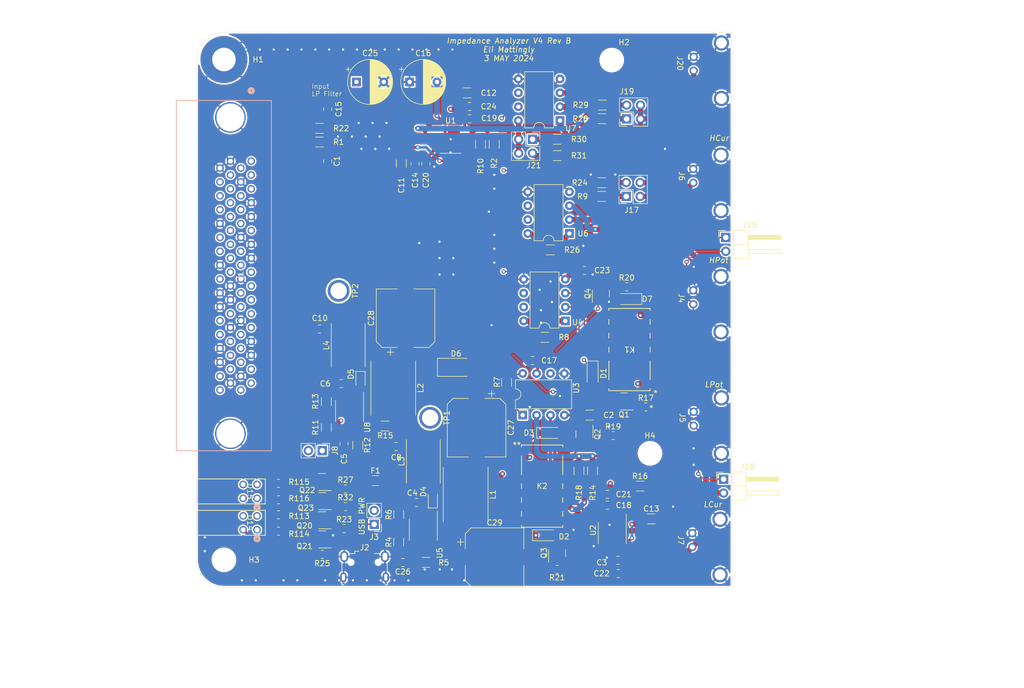
<source format=kicad_pcb>
(kicad_pcb (version 20211014) (generator pcbnew)
  (layers (0 "F.Cu" signal) (1 "In1.Cu" signal) (2 "In2.Cu" signal) (31 "B.Cu" signal) (34 "B.Paste" user) (35 "F.Paste" user) (36 "B.SilkS" user "B.Silkscreen") (37 "F.SilkS" user "F.Silkscreen") (38 "B.Mask" user) (39 "F.Mask" user) (44 "Edge.Cuts" user))
  (net 0 "")
  (net 1 "GND")
  (net 2 "+5V")
  (net 3 "IOut")
  (net 4 "IMon+")
  (net 5 "IMon-")
  (net 6 "Net-(R10-Pad2)")
  (net 7 "Net-(D14-Pad1)")
  (net 8 "Net-(C1-Pad1)")
  (net 9 "Net-(C4-Pad1)")
  (net 10 "Net-(J17-Pad2)")
  (net 11 "Net-(D14-Pad3)")
  (net 12 "Net-(J17-Pad1)")
  (net 13 "Net-(C4-Pad2)")
  (net 14 "Net-(J19-Pad1)")
  (net 15 "Net-(J19-Pad2)")
  (net 16 "BaseGateOutput")
  (net 17 "Net-(R28-Pad2)")
  (net 18 "Net-(J21-Pad1)")
  (net 19 "Net-(J21-Pad2)")
  (net 20 "Net-(J21-Pad3)")
  (net 21 "Net-(R30-Pad1)")
  (net 22 "Net-(C15-Pad1)")
  (net 23 "Net-(D15-Pad1)")
  (net 24 "Net-(C6-Pad1)")
  (net 25 "PFI 14")
  (net 26 "Net-(R10-Pad1)")
  (net 27 "PFI 12")
  (net 28 "PFI 9")
  (net 29 "PFI 6")
  (net 30 "PFI 5")
  (net 31 "+5V-3")
  (net 32 "PFI 1")
  (net 33 "PFI 0")
  (net 34 "+5V-2")
  (net 35 "P0.6")
  (net 36 "P0.1")
  (net 37 "P0.4")
  (net 38 "APFI 0")
  (net 39 "AI 15 (AI7-)")
  (net 40 "AI 6 (AI6+)")
  (net 41 "AI 13 (AI5-)")
  (net 42 "AI 4 (AI4+)")
  (net 43 "AI 3 (AI3+)")
  (net 44 "AI 10 (AI2-)")
  (net 45 "AI1+")
  (net 46 "AI0-")
  (net 47 "PFI 8")
  (net 48 "PFI 7")
  (net 49 "PFI 15")
  (net 50 "PFI 13")
  (net 51 "PFI 4")
  (net 52 "PFI 3")
  (net 53 "PFI 2")
  (net 54 "PFI 10")
  (net 55 "PFI 11")
  (net 56 "P0.3")
  (net 57 "P0.7")
  (net 58 "P0.2")
  (net 59 "P0.5")
  (net 60 "P0.0")
  (net 61 "AI 7 (AI7+)")
  (net 62 "AI 14 (AI6-)")
  (net 63 "AI 5 (AI5+)")
  (net 64 "AI 12 (AI 4-)")
  (net 65 "AI 11 (AI 3-)")
  (net 66 "AI 2 (AI2+)")
  (net 67 "AI1-")
  (net 68 "AI0+")
  (net 69 "Net-(Q20-Pad3)")
  (net 70 "Net-(Q21-Pad3)")
  (net 71 "Net-(Q22-Pad3)")
  (net 72 "Net-(Q23-Pad3)")
  (net 73 "R-")
  (net 74 "S-")
  (net 78 "Net-(D4-Pad1)")
  (net 79 "Net-(D5-Pad2)")
  (net 80 "Net-(D1-Pad2)")
  (net 81 "Net-(D7-Pad2)")
  (net 82 "HPot1")
  (net 83 "LPot1")
  (net 88 "Net-(R116-Pad1)")
  (net 89 "Net-(R7-Pad2)")
  (net 90 "Net-(R8-Pad1)")
  (net 91 "AO 1")
  (net 92 "AO 0")
  (net 93 "Net-(R26-Pad2)")
  (net 94 "-12V")
  (net 95 "+12V")
  (net 96 "Net-(J2-Pad2)")
  (net 97 "Net-(F1-Pad1)")
  (net 98 "Net-(J2-Pad1)")
  (net 99 "Net-(K2-Pad8)")
  (net 100 "Net-(K2-Pad10)")
  (net 101 "Net-(L2-Pad1)")
  (net 102 "Net-(R4-Pad2)")
  (net 103 "Net-(R5-Pad2)")
  (net 104 "Net-(R7-Pad1)")
  (net 105 "Net-(R8-Pad2)")
  (net 106 "Net-(R11-Pad2)")
  (net 107 "Net-(R15-Pad1)")
  (net 108 "Net-(R26-Pad1)")
  (net 109 "Net-(C28-Pad1)")
  (footprint "Eli_Lib:31-5486-1010 BNC Panel RA" (layer "F.Cu") (at 160.924991 68.475 -90)
    (fp_text reference "J6")
    (fp_text value "Conn_Coaxial")
  )
  (footprint "Eli_Lib:31-5486-1010 BNC Panel RA" (layer "F.Cu") (at 160.75 135.15 -90)
    (fp_text reference "J7")
    (fp_text value "Conn_Coaxial")
  )
  (footprint "Resistor_SMD:R_1206_3216Metric" (layer "F.Cu") (at 126.75 105 -90)
    (fp_text reference "R7")
    (fp_text value "10k")
  )
  (footprint "Resistor_SMD:R_1206_3216Metric" (layer "F.Cu") (at 133.75 96.75 180)
    (fp_text reference "R8")
    (fp_text value "10k")
  )
  (footprint "Package_DIP:DIP-8_W7.62mm" (layer "F.Cu") (at 129.7 111 90)
    (fp_text reference "U3")
    (fp_text value "INA129")
  )
  (footprint "Eli_Lib:31-5486-1010 BNC Panel RA" (layer "F.Cu") (at 161 112.925 -90)
    (fp_text reference "J5")
    (fp_text value "Conn_Coaxial")
  )
  (footprint "Eli_Lib:31-5486-1010 BNC Panel RA" (layer "F.Cu") (at 160.924991 90.699991 -90)
    (fp_text reference "J4")
    (fp_text value "Conn_Coaxial")
  )
  (footprint "Package_DIP:DIP-8_W7.62mm" (layer "F.Cu") (at 137.5 93.75 180)
    (fp_text reference "U4")
    (fp_text value "INA129")
  )
  (footprint "Resistor_SMD:R_1206_3216Metric" (layer "F.Cu") (at 124.475 61.435 -90)
    (fp_text reference "R2")
    (fp_text value "10k")
  )
  (footprint "Capacitor_SMD:C_0805_2012Metric" (layer "F.Cu") (at 94 64.5 -90)
    (fp_text reference "C1")
    (fp_text value "1n")
  )
  (footprint "Resistor_SMD:R_1206_3216Metric" (layer "F.Cu") (at 92.5 61 180)
    (fp_text reference "R1")
    (fp_text value "1k")
  )
  (footprint "Package_SO:SO-8_3.9x4.9mm_P1.27mm" (layer "F.Cu") (at 116.5 60.5)
    (fp_text reference "U1")
    (fp_text value "ADA4075-2")
  )
  (footprint "Capacitor_SMD:C_0805_2012Metric" (layer "F.Cu") (at 110 65 -90)
    (fp_text reference "C14")
    (fp_text value "100n")
  )
  (footprint "Capacitor_SMD:C_0805_2012Metric" (layer "F.Cu") (at 131.5 101 180)
    (fp_text reference "C17")
    (fp_text value "100n")
  )
  (footprint "Capacitor_SMD:C_0805_2012Metric" (layer "F.Cu") (at 120 56.75)
    (fp_text reference "C19")
    (fp_text value "100n")
  )
  (footprint "Capacitor_SMD:C_0805_2012Metric" (layer "F.Cu") (at 111.975 65 -90)
    (fp_text reference "C20")
    (fp_text value "100n")
  )
  (footprint "Diode_SMD:D_SOD-323" (layer "F.Cu") (at 113.25 126.5 90)
    (fp_text reference "D4")
    (fp_text value "1N5819WS")
  )
  (footprint "Diode_SMD:D_SOD-323" (layer "F.Cu") (at 100 104.5 -90)
    (fp_text reference "D5")
    (fp_text value "1N5819WS")
  )
  (footprint "Resistor_SMD:R_0805_2012Metric_Pad1.20x1.40mm_HandSolder" (layer "F.Cu") (at 146.25 114.75)
    (fp_text reference "R19")
    (fp_text value "10k")
  )
  (footprint "Resistor_SMD:R_0805_2012Metric_Pad1.20x1.40mm_HandSolder" (layer "F.Cu") (at 148.75 87.5)
    (fp_text reference "R20")
    (fp_text value "10k")
  )
  (footprint "MountingHole:MountingHole_4.3mm_M4_Pad" (layer "F.Cu") (at 75 45.9)
    (fp_text reference "H1")
    (fp_text value "MountingHole_Pad")
  )
  (footprint "MountingHole:MountingHole_4mm" (layer "F.Cu") (at 146 46)
    (fp_text reference "H2")
    (fp_text value "MountingHole")
  )
  (footprint "MountingHole:MountingHole_4mm" (layer "F.Cu") (at 153 118)
    (fp_text reference "H4")
    (fp_text value "MountingHole")
  )
  (footprint "MountingHole:MountingHole_4mm" (layer "F.Cu") (at 75 137.5)
    (fp_text reference "H3")
    (fp_text value "MountingHole")
  )
  (footprint "Capacitor_SMD:C_0805_2012Metric" (layer "F.Cu") (at 147.19 140 180)
    (fp_text reference "C22")
    (fp_text value "100n")
  )
  (footprint "Capacitor_SMD:C_0805_2012Metric" (layer "F.Cu") (at 141 84.5)
    (fp_text reference "C23")
    (fp_text value "100n")
  )
  (footprint "Capacitor_SMD:C_0805_2012Metric" (layer "F.Cu") (at 119.975 54.5)
    (fp_text reference "C24")
    (fp_text value "100n")
  )
  (footprint "Capacitor_SMD:C_0805_2012Metric" (layer "F.Cu") (at 145.19 125.5)
    (fp_text reference "C21")
    (fp_text value "100n")
  )
  (footprint "Resistor_SMD:R_1206_3216Metric" (layer "F.Cu") (at 144.15375 70.96 180)
    (fp_text reference "R9")
    (fp_text value "100")
  )
  (footprint "Resistor_SMD:R_1206_3216Metric" (layer "F.Cu") (at 121.975 61.435 -90)
    (fp_text reference "R10")
    (fp_text value "0")
  )
  (footprint "Resistor_SMD:R_1206_3216Metric" (layer "F.Cu") (at 140 121.2125 -90)
    (fp_text reference "R18")
    (fp_text value "100")
  )
  (footprint "Package_SO:SO-8_3.9x4.9mm_P1.27mm" (layer "F.Cu") (at 146.095 132.575 -90)
    (fp_text reference "U2")
    (fp_text value "ADA4075-2")
  )
  (footprint "Capacitor_SMD:C_0805_2012Metric" (layer "F.Cu") (at 147.145 137.575 180)
    (fp_text reference "C3")
    (fp_text value "100n")
  )
  (footprint "Capacitor_SMD:C_0805_2012Metric" (layer "F.Cu") (at 92.5 95.25 180)
    (fp_text reference "C10")
    (fp_text value "100n")
  )
  (footprint "Inductor_SMD:L_Taiyo-Yuden_NR-80xx_HandSoldering" (layer "F.Cu") (at 106 106.05 90)
    (fp_text reference "L2")
    (fp_text value "100u")
  )
  (footprint "Capacitor_SMD:C_0805_2012Metric" (layer "F.Cu") (at 106.5 116.75 180)
    (fp_text reference "C8")
    (fp_text value "100n")
  )
  (footprint "Inductor_SMD:L_Taiyo-Yuden_NR-80xx_HandSoldering" (layer "F.Cu") (at 119.25 125.55 -90)
    (fp_text reference "L1")
    (fp_text value "100u")
  )
  (footprint "Capacitor_SMD:C_0805_2012Metric" (layer "F.Cu") (at 145.19 127.5)
    (fp_text reference "C18")
    (fp_text value "100n")
  )
  (footprint "Resistor_SMD:R_1206_3216Metric" (layer "F.Cu") (at 136 60.5 180)
    (fp_text reference "R30")
    (fp_text value "1k")
  )
  (footprint "Capacitor_SMD:CP_Elec_10x10.5" (layer "F.Cu") (at 121.25 113.3 -90)
    (fp_text reference "C27")
    (fp_text value "1000u")
  )
  (footprint "Eli_Lib:RELAY_G6SK-2F DC3_OMR" (layer "F.Cu") (at 145.250001 92.65 180)
    (fp_text reference "K1")
    (fp_text value "G6SK-2")
  )
  (footprint "Resistor_SMD:R_0805_2012Metric_Pad1.20x1.40mm_HandSolder" (layer "F.Cu") (at 97 131.75)
    (fp_text reference "R23")
    (fp_text value "10k")
  )
  (footprint "Resistor_SMD:R_0805_2012Metric_Pad1.20x1.40mm_HandSolder" (layer "F.Cu") (at 85 126.5)
    (fp_text reference "R116")
    (fp_text value "1k")
  )
  (footprint "Connector_PinHeader_2.54mm:PinHeader_1x02_P2.54mm_Horizontal" (layer "F.Cu") (at 166.475 122.725)
    (fp_text reference "J18")
    (fp_text value "Conn_01x02_Male")
  )
  (footprint "Connector_USB:USB_Micro-B_Wuerth_629105150521" (layer "F.Cu") (at 100.75 138.75)
    (fp_text reference "J2")
    (fp_text value "USB_B_Micro")
  )
  (footprint "Resistor_SMD:R_1206_3216Metric" (layer "F.Cu") (at 92.5 58.5 180)
    (fp_text reference "R22")
    (fp_text value "1k")
  )
  (footprint "Capacitor_SMD:C_0805_2012Metric" (layer "F.Cu") (at 97 116.25 -90)
    (fp_text reference "C5")
    (fp_text value "100n")
  )
  (footprint "TestPoint:TestPoint_Plated_Hole_D3.0mm" (layer "F.Cu") (at 96 88.25 -90)
    (fp_text reference "TP2")
    (fp_text value "TestPoint")
  )
  (footprint "Package_DIP:DIP-8_W7.62mm" (layer "F.Cu") (at 136.525 57.075 180)
    (fp_text reference "U7")
    (fp_text value "INA129")
  )
  (footprint "Package_TO_SOT_SMD:SOT-23" (layer "F.Cu") (at 93 133.75 180)
    (fp_text reference "Q21")
    (fp_text value "IRLML0030")
  )
  (footprint "Eli_Lib:IC4_WP934EB_2GD_KNB" (layer "F.Cu") (at 81.0553 131.9866 -90)
    (fp_text reference "D14")
    (fp_text value "LED_Dual_KAKA")
  )
  (footprint "Capacitor_SMD:CP_Elec_10x10.5" (layer "F.Cu") (at 108.25 93.25 90)
    (fp_text reference "C28")
    (fp_text value "1000u")
  )
  (footprint "Connector_PinHeader_2.54mm:PinHeader_1x02_P2.54mm_Vertical" (layer "F.Cu") (at 93 117.5 -90)
    (fp_text reference "J8")
    (fp_text value "Conn_01x02_Male")
  )
  (footprint "Resistor_SMD:R_0805_2012Metric_Pad1.20x1.40mm_HandSolder" (layer "F.Cu") (at 93 136.5 180)
    (fp_text reference "R25")
    (fp_text value "10k")
  )
  (footprint "Eli_Lib:RELAY_G6SK-2F DC3_OMR" (layer "F.Cu") (at 137.25 130.350001)
    (fp_text reference "K2")
    (fp_text value "G6SK-2")
  )
  (footprint "Capacitor_THT:CP_Radial_D8.0mm_P5.00mm" (layer "F.Cu") (at 109 50)
    (fp_text reference "C16")
    (fp_text value "CP")
  )
  (footprint "Package_TO_SOT_SMD:SOT-23" (layer "F.Cu") (at 148.25 108.5 180)
    (fp_text reference "Q1")
    (fp_text value "IRLML0030")
  )
  (footprint "Eli_Lib:IC4_WP934EB_2GD_KNB" (layer "F.Cu") (at 81.0553 126.2366 -90)
    (fp_text reference "D15")
    (fp_text value "LED_Dual_KAKA")
  )
  (footprint "Resistor_SMD:R_1206_3216Metric" (layer "F.Cu") (at 144.15375 68.46 180)
    (fp_text reference "R24")
    (fp_text value "10k")
  )
  (footprint "Resistor_SMD:R_0805_2012Metric_Pad1.20x1.40mm_HandSolder" (layer "F.Cu") (at 85 123.5)
    (fp_text reference "R115")
    (fp_text value "1k")
  )
  (footprint "Resistor_SMD:R_0805_2012Metric_Pad1.20x1.40mm_HandSolder" (layer "F.Cu") (at 85 129.25)
    (fp_text reference "R113")
    (fp_text value "1k")
  )
  (footprint "Inductor_SMD:L_Taiyo-Yuden_NR-60xx_HandSoldering" (layer "F.Cu") (at 97.75 98.225 90)
    (fp_text reference "L4")
    (fp_text value "10u")
  )
  (footprint "Resistor_SMD:R_1206_3216Metric" (layer "F.Cu") (at 144.3025 54.235 180)
    (fp_text reference "R29")
    (fp_text value "10k")
  )
  (footprint "Diode_SMD:D_SOD-123" (layer "F.Cu") (at 149.25 89.75 180)
    (fp_text reference "D7")
    (fp_text value "1N4148W")
  )
  (footprint "Capacitor_SMD:CP_Elec_10x10.5" (layer "F.Cu") (at 124.55 137)
    (fp_text reference "C29")
    (fp_text value "1000u")
  )
  (footprint "TestPoint:TestPoint_Plated_Hole_D3.0mm" (layer "F.Cu") (at 112.75 111.5 -90)
    (fp_text reference "TP1")
    (fp_text value "TestPoint")
  )
  (footprint "Package_TO_SOT_SMD:SOT-23" (layer "F.Cu") (at 141 114.5 -90)
    (fp_text reference "Q2")
    (fp_text value "IRLML0030")
  )
  (footprint "Capacitor_THT:CP_Radial_D8.0mm_P5.00mm" (layer "F.Cu") (at 99.26 50)
    (fp_text reference "C25")
    (fp_text value "CP")
  )
  (footprint "Capacitor_SMD:C_0805_2012Metric" (layer "F.Cu") (at 96.5 105.25 180)
    (fp_text reference "C6")
    (fp_text value "1500p")
  )
  (footprint "Resistor_SMD:R_0805_2012Metric_Pad1.20x1.40mm_HandSolder" (layer "F.Cu") (at 97.25 124.5)
    (fp_text reference "R27")
    (fp_text value "10k")
  )
  (footprint "Connector_PinHeader_2.54mm:PinHeader_1x02_P2.54mm_Horizontal" (layer "F.Cu") (at 166.875 78.475)
    (fp_text reference "J15")
    (fp_text value "Conn_01x02_Male")
  )
  (footprint "Diode_SMD:D_SOD-123" (layer "F.Cu") (at 134.5 114.25)
    (fp_text reference "D3")
    (fp_text value "1N4148W")
  )
  (footprint "Resistor_SMD:R_1206_3216Metric" (layer "F.Cu") (at 93.75 113.25 90)
    (fp_text reference "R11")
    (fp_text value "8.2k")
  )
  (footprint "Resistor_SMD:R_1206_3216Metric" (layer "F.Cu") (at 112 137.96)
    (fp_text reference "R5")
    (fp_text value "0.24")
  )
  (footprint "Eli_Lib:31-5486-1010 BNC Panel RA" (layer "F.Cu") (at 161 47.95 -90)
    (fp_text reference "J20")
    (fp_text value "Conn_Coaxial")
  )
  (footprint "Resistor_SMD:R_1206_3216Metric" (layer "F.Cu") (at 151.19 124)
    (fp_text reference "R16")
    (fp_text value "10k")
  )
  (footprint "Resistor_SMD:R_1206_3216Metric" (layer "F.Cu") (at 99.5 116.5 90)
    (fp_text reference "R12")
    (fp_text value "0.24")
  )
  (footprint "Capacitor_SMD:C_0805_2012Metric" (layer "F.Cu") (at 94 55 90)
    (fp_text reference "C15")
    (fp_text value "10n")
  )
  (footprint "Resistor_SMD:R_0805_2012Metric_Pad1.20x1.40mm_HandSolder" (layer "F.Cu") (at 97.25 127.75)
    (fp_text reference "R32")
    (fp_text value "10k")
  )
  (footprint "Diode_SMD:D_SOD-123" (layer "F.Cu") (at 142.5 103.35 -90)
    (fp_text reference "D1")
    (fp_text value "1N4148W")
  )
  (footprint "Package_SO:SOIC-8_3.9x4.9mm_P1.27mm" (layer "F.Cu") (at 98 110.25 -90)
    (fp_text reference "U8")
    (fp_text value "MC34063AD")
  )
  (footprint "Package_DIP:DIP-8_W7.62mm" (layer "F.Cu") (at 138.25 77.75 180)
    (fp_text reference "U6")
    (fp_text value "INA129")
  )
  (footprint "Resistor_SMD:R_1206_3216Metric" (layer "F.Cu") (at 144.2275 56.735 180)
    (fp_text reference "R28")
    (fp_text value "1k")
  )
  (footprint "Package_TO_SOT_SMD:SOT-23" (layer "F.Cu") (at 93 130.25 180)
    (fp_text reference "Q20")
    (fp_text value "IRLML0030")
  )
  (footprint "Capacitor_SMD:C_0805_2012Metric" (layer "F.Cu") (at 107.75 138 180)
    (fp_text reference "C26")
    (fp_text value "100n")
  )
  (footprint "Resistor_SMD:R_1206_3216Metric" (layer "F.Cu") (at 104.5 113)
    (fp_text reference "R15")
    (fp_text value "180")
  )
  (footprint "Resistor_SMD:R_0805_2012Metric_Pad1.20x1.40mm_HandSolder" (layer "F.Cu") (at 85 132.25)
    (fp_text reference "R114")
    (fp_text value "1k")
  )
  (footprint "Package_TO_SOT_SMD:SOT-23" (layer "F.Cu") (at 136 136.25 90)
    (fp_text reference "Q3")
    (fp_text value "IRLML0030")
  )
  (footprint "Connector_PinHeader_2.54mm:PinHeader_2x02_P2.54mm_Vertical" (layer "F.Cu") (at 148.725 56.775 90)
    (fp_text reference "J19")
    (fp_text value "Conn_02x02_Counter_Clockwise")
  )
  (footprint "Resistor_SMD:R_1206_3216Metric" (layer "F.Cu") (at 142.5 121.2125 -90)
    (fp_text reference "R14")
    (fp_text value "10k")
  )
  (footprint "Inductor_SMD:L_Taiyo-Yuden_NR-60xx_HandSoldering" (layer "F.Cu") (at 111.5 119.475 90)
    (fp_text reference "L3")
    (fp_text value "10u")
  )
  (footprint "Resistor_SMD:R_1206_3216Metric" (layer "F.Cu") (at 107 134.25 90)
    (fp_text reference "R4")
    (fp_text value "8.2k")
  )
  (footprint "Package_TO_SOT_SMD:SOT-23" (layer "F.Cu") (at 144 88.75 90)
    (fp_text reference "Q4")
    (fp_text value "IRLML0030")
  )
  (footprint "Capacitor_SMD:C_1206_3216Metric_Pad1.33x1.80mm_HandSolder" (layer "F.Cu") (at 119.5375 52)
    (fp_text reference "C12")
    (fp_text value "C_Polarized")
  )
  (footprint "Resistor_SMD:R_0805_2012Metric_Pad1.20x1.40mm_HandSolder" (layer "F.Cu") (at 136 139.25)
    (fp_text reference "R21")
    (fp_text value "10k")
  )
  (footprint "Capacitor_SMD:C_1206_3216Metric_Pad1.33x1.80mm_HandSolder" (layer "F.Cu") (at 107.475 64.935 90)
    (fp_text reference "C11")
    (fp_text value "C_Polarized")
  )
  (footprint "Connector_PinHeader_2.54mm:PinHeader_2x02_P2.54mm_Vertical" (layer "F.Cu") (at 148.65375 70.96 90)
    (fp_text reference "J17")
    (fp_text value "Conn_02x02_Counter_Clockwise")
  )
  (footprint "Fuse:Fuse_1206_3216Metric_Pad1.42x1.75mm_HandSolder" (layer "F.Cu") (at 102.7375 123)
    (fp_text reference "F1")
    (fp_text value "1A")
  )
  (footprint "Package_TO_SOT_SMD:SOT-23" (layer "F.Cu") (at 93 123.25 180)
    (fp_text reference "Q22")
    (fp_text value "IRLML0030")
  )
  (footprint "Diode_SMD:D_SOD-123" (layer "F.Cu") (at 133.75 133)
    (fp_text reference "D2")
    (fp_text value "1N4148W")
  )
  (footprint "Capacitor_SMD:C_1206_3216Metric_Pad1.33x1.80mm_HandSolder" (layer "F.Cu") (at 153.2525 130)
    (fp_text reference "C13")
    (fp_text value "C_Polarized")
  )
  (footprint "Resistor_SMD:R_1206_3216Metric" (layer "F.Cu") (at 93.75 108.5375 90)
    (fp_text reference "R13")
    (fp_text value "953")
  )
  (footprint "Package_SO:SOIC-8_3.9x4.9mm_P1.27mm" (layer "F.Cu") (at 111.5 132 -90)
    (fp_text reference "U5")
    (fp_text value "MC34063AD")
  )
  (footprint "Capacitor_SMD:C_1206_3216Metric_Pad1.33x1.80mm_HandSolder" (layer "F.Cu") (at 141.9375 111 180)
    (fp_text reference "C2")
    (fp_text value "C_Polarized")
  )
  (footprint "Connector_PinHeader_2.54mm:PinHeader_2x02_P2.54mm_Vertical" (layer "F.Cu") (at 131.5 60.5 -90)
    (fp_text reference "J21")
    (fp_text value "Conn_02x02_Counter_Clockwise")
  )
  (footprint "Resistor_SMD:R_1206_3216Metric" (layer "F.Cu") (at 134.75 80.75)
    (fp_text reference "R26")
    (fp_text value "10k")
  )
  (footprint "Resistor_SMD:R_1206_3216Metric" (layer "F.Cu") (at 107 129.2125 90)
    (fp_text reference "R6")
    (fp_text value "953")
  )
  (footprint "Package_TO_SOT_SMD:SOT-23" (layer "F.Cu") (at 93 126.75 180)
    (fp_text reference "Q23")
    (fp_text value "IRLML0030")
  )
  (footprint "Resistor_SMD:R_1206_3216Metric" (layer "F.Cu") (at 136 63.5)
    (fp_text reference "R31")
    (fp_text value "10k")
  )
  (footprint "Connector_PinHeader_2.54mm:PinHeader_1x02_P2.54mm_Vertical" (layer "F.Cu") (at 102.5 131 180)
    (fp_text reference "J3")
    (fp_text value "Conn_01x02_Male")
  )
  (footprint "Capacitor_SMD:C_0805_2012Metric" (layer "F.Cu") (at 110.25 127 180)
    (fp_text reference "C4")
    (fp_text value "1500p")
  )
  (footprint "Diode_SMD:D_SMA" (layer "F.Cu") (at 117.5 102.25)
    (fp_text reference "D6")
    (fp_text value "D_TVS")
  )
  (footprint "Resistor_SMD:R_0805_2012Metric_Pad1.20x1.40mm_HandSolder" (layer "F.Cu") (at 152.25 109.5)
    (fp_text reference "R17")
    (fp_text value "10k")
  )
  (footprint "Eli_Lib:CONN68_5787362-7_TEC" (layer "B.Cu") (at 80 64.5 -90)
    (fp_text reference "J1")
    (fp_text value "5787362-7")
  )
  (gr_line (start 70 45.9) (end 70 137.5) (layer "Edge.Cuts") (width 0.05))
  (gr_arc (start 70 45.9) (mid 71.464466 42.364466) (end 75 40.9) (layer "Edge.Cuts") (width 0.05))
  (gr_arc (start 75 142.5) (mid 71.464466 141.035534) (end 70 137.5) (layer "Edge.Cuts") (width 0.05))
  (gr_line (start 168 142.5) (end 168 40.9) (layer "Edge.Cuts") (width 0.05))
  (gr_line (start 168 40.9) (end 75 40.9) (layer "Edge.Cuts") (width 0.05))
  (gr_line (start 75 142.5) (end 168 142.5) (layer "Edge.Cuts") (width 0.05))
  (gr_text "HCur" (at 165.65 60.3) (layer "F.SilkS") (effects (font (size 1 1) (thickness 0.15) italic)))
  (gr_text "HPot" (at 165.55 82.65) (layer "F.SilkS") (effects (font (size 1 1) (thickness 0.15) italic)))
  (gr_text "LPot" (at 164.7 105.4) (layer "F.SilkS") (effects (font (size 1 1) (thickness 0.15) italic)))
  (gr_text "LCur" (at 164.5 127.35) (layer "F.SilkS") (effects (font (size 1 1) (thickness 0.15) italic)))
  (gr_text "Impedance Analyzer V4 Rev B\nEli Mattingly\n3 MAY 2024\n" (at 127.15 44.075) (layer "F.SilkS") (effects (font (size 1 1) (thickness 0.15) italic)))
  (gr_text "Input\nLP Filter" (at 91 51.5) (layer "F.SilkS") (effects (font (size 0.85 0.85) (thickness 0.1)) (justify left)))
  (gr_text "USB PWR" (at 100.25 129.5 90) (layer "F.SilkS") (effects (font (size 1 1))))
  (segment (start 145.46 130) (end 145.46 128.18) (width 0.5) (layer "F.Cu") (net 1))
  (segment (start 112.425 65.5) (end 111.975 65.95) (width 0.5) (layer "F.Cu") (net 1))
  (segment (start 144.95 89.6875) (end 144.95 89.7) (width 0.25) (layer "F.Cu") (net 1))
  (segment (start 93.9375 132.8) (end 94.8 132.8) (width 0.25) (layer "F.Cu") (net 1))
  (segment (start 142.5 85.25) (end 142.5 85.05) (width 0.25) (layer "F.Cu") (net 1))
  (segment (start 145.595 137.575) (end 145.095 137.075) (width 0.5) (layer "F.Cu") (net 1))
  (segment (start 145.46 128.18) (end 146.14 127.5) (width 0.5) (layer "F.Cu") (net 1))
  (segment (start 94.8 132.8) (end 95 133) (width 0.25) (layer "F.Cu") (net 1))
  (segment (start 145.46 130.94) (end 145.595 131.075) (width 0.5) (layer "F.Cu") (net 1))
  (segment (start 142.5 85.05) (end 141.95 84.5) (width 0.25) (layer "F.Cu") (net 1))
  (segment (start 145.46 130) (end 145.46 130.94) (width 0.5) (layer "F.Cu") (net 1))
  (segment (start 146.195 137.575) (end 145.595 137.575) (width 0.5) (layer "F.Cu") (net 1))
  (segment (start 144.95 89.7) (end 145.5 90.25) (width 0.25) (layer "F.Cu") (net 1))
  (segment (start 113.5 65.5) (end 112.425 65.5) (width 0.5) (layer "F.Cu") (net 1))
  (via (at 140.79 80) (size 0.8) (drill 0.4) (layers "F.Cu" "B.Cu") (net 1))
  (via (at 132.8 88.05) (size 0.8) (drill 0.4) (layers "F.Cu" "B.Cu") (net 1))
  (via (at 119 141.25) (size 0.8) (drill 0.4) (layers "F.Cu" "B.Cu") (net 1))
  (via (at 116.75 139.25) (size 0.8) (drill 0.4) (layers "F.Cu" "B.Cu") (net 1))
  (via (at 111.75 139.25) (size 0.8) (drill 0.4) (layers "F.Cu" "B.Cu") (net 1))
  (via (at 71.5 133.37) (size 0.8) (drill 0.4) (layers "F.Cu" "B.Cu") (net 1))
  (via (at 71.5 135.91) (size 0.8) (drill 0.4) (layers "F.Cu" "B.Cu") (net 1))
  (via (at 104.44 44.075) (size 0.8) (drill 0.4) (layers "F.Cu" "B.Cu") (net 1))
  (via (at 81.58 44.075) (size 0.8) (drill 0.4) (layers "F.Cu" "B.Cu") (net 1))
  (via (at 89.2 44.075) (size 0.8) (drill 0.4) (layers "F.Cu" "B.Cu") (net 1))
  (via (at 91.74 44.075) (size 0.8) (drill 0.4) (layers "F.Cu" "B.Cu") (net 1))
  (via (at 106.98 44.075) (size 0.8) (drill 0.4) (layers "F.Cu" "B.Cu") (net 1))
  (via (at 101.9 44.075) (size 0.8) (drill 0.4) (layers "F.Cu" "B.Cu") (net 1))
  (via (at 84.12 44.075) (size 0.8) (drill 0.4) (layers "F.Cu" "B.Cu") (net 1))
  (via (at 99.36 44.075) (size 0.8) (drill 0.4) (layers "F.Cu" "B.Cu") (net 1))
  (via (at 109.52 44.075) (size 0.8) (drill 0.4) (layers "F.Cu" "B.Cu") (net 1))
  (via (at 112.06 44.075) (size 0.8) (drill 0.4) (layers "F.Cu" "B.Cu") (net 1))
  (via (at 86.66 44.075) (size 0.8) (drill 0.4) (layers "F.Cu" "B.Cu") (net 1))
  (via (at 96.82 44.075) (size 0.8) (drill 0.4) (layers "F.Cu" "B.Cu") (net 1))
  (via (at 79.04 44.075) (size 0.8) (drill 0.4) (layers "F.Cu" "B.Cu") (net 1))
  (via (at 94.28 44.075) (size 0.8) (drill 0.4) (layers "F.Cu" "B.Cu") (net 1))
  (via (at 142.15375 66.96) (size 0.8) (drill 0.4) (layers "F.Cu" "B.Cu") (net 1))
  (via (at 142.69 135) (size 0.8) (drill 0.4) (layers "F.Cu" "B.Cu") (net 1))
  (via (at 139 132) (size 0.8) (drill 0.4) (layers "F.Cu" "B.Cu") (net 1))
  (via (at 114.5 139.25) (size 0.8) (drill 0.4) (layers "F.Cu" "B.Cu") (net 1))
  (via (at 155.75 62.25) (size 0.8) (drill 0.4) (layers "F.Cu" "B.Cu") (net 1))
  (via (at 161 83.85) (size 0.8) (drill 0.4) (layers "F.Cu" "B.Cu") (net 1))
  (via (at 161.5 87.1) (size 0.8) (drill 0.4) (layers "F.Cu" "B.Cu") (net 1))
  (via (at 161 117.1) (size 0.8) (drill 0.4) (layers "F.Cu" "B.Cu") (net 1))
  (via (at 161 120.1) (size 0.8) (drill 0.4) (layers "F.Cu" "B.Cu") (net 1))
  (via (at 157.25 127.75) (size 0.8) (drill 0.4) (layers "F.Cu" "B.Cu") (net 1))
  (via (at 106.23 141.25) (size 0.8) (drill 0.4) (layers "F.Cu" "B.Cu") (net 1))
  (via (at 145.52 113.05) (size 0.8) (drill 0.4) (layers "F.Cu" "B.Cu") (net 1))
  (via (at 124.5 78) (size 0.8) (drill 0.4) (layers "F.Cu" "B.Cu") (net 1))
  (via (at 95.88 60) (size 0.8) (drill 0.4) (layers "F.Cu" "B.Cu") (net 1))
  (via (at 108.77 141.25) (size 0.8) (drill 0.4) (layers "F.Cu" "B.Cu") (net 1))
  (via (at 78.29 141.25) (size 0.8) (drill 0.4) (layers "F.Cu" "B.Cu") (net 1))
  (via (at 93.53 141.25) (size 0.8) (drill 0.4) (layers "F.Cu" "B.Cu") (net 1))
  (via (at 85.91 141.25) (size 0.8) (drill 0.4) (layers "F.Cu" "B.Cu") (net 1))
  (via (at 124.5 67) (size 0.8) (drill 0.4) (layers "F.Cu" "B.Cu") (net 1))
  (via (at 136.5 107.5) (size 0.8) (drill 0.4) (layers "F.Cu" "B.Cu") (net 1))
  (via (at 110.75 79.5) (size 0.8) (drill 0.4) (layers "F.Cu" "B.Cu") (net 1))
  (via (at 104.75 57.5) (size 0.8) (drill 0.4) (layers "F.Cu" "B.Cu") (net 1))
  (via (at 116.83 44.075) (size 0.8) (drill 0.4) (layers "F.Cu" "B.Cu") (net 1))
  (via (at 146.65375 66.96) (size 0.8) (drill 0.4) (layers "F.Cu" "B.Cu") (net 1))
  (via (at 124 94.54) (size 0.8) (drill 0.4) (layers "F.Cu" "B.Cu") (net 1))
  (via (at 99.67 57.5) (size 0.8) (drill 0.4) (layers "F.Cu" "B.Cu") (net 1))
  (via (at 88.45 141.25) (size 0.8) (drill 0.4) (layers "F.Cu" "B.Cu") (net 1))
  (via (at 96.07 141.25) (size 0.8) (drill 0.4) (layers "F.Cu" "B.Cu") (net 1))
  (via (at 117 82.25) (size 0.8) (drill 0.4) (layers "F.Cu" "B.Cu") (net 1))
  (via (at 145.5 90.25) (size 0.8) (drill 0.4) (layers "F.Cu" "B.Cu") (net 1))
  (via (at 116.5 60.5) (size 0.8) (drill 0.4) (layers "F.Cu" "B.Cu") (net 1))
  (via (at 114.46 85.25) (size 0.8) (drill 0.4) (layers "F.Cu" "B.Cu") (net 1))
  (via (at 113.5 65.5) (size 0.8) (drill 0.4) (layers "F.Cu" "B.Cu") (net 1))
  (via (at 124.5 83.08) (size 0.8) (drill 0.4) (layers "F.Cu" "B.Cu") (net 1))
  (via (at 114.29 44.075) (size 0.8) (drill 0.4) (layers "F.Cu" "B.Cu") (net 1))
  (via (at 98.42 60) (size 0.8) (drill 0.4) (layers "F.Cu" "B.Cu") (net 1))
  (via (at 80.83 141.25) (size 0.8) (drill 0.4) (layers "F.Cu" "B.Cu") (net 1))
  (via (at 131 109.5) (size 0.8) (drill 0.4) (layers "F.Cu" "B.Cu") (net 1))
  (via (at 133.05 91.8) (size 0.8) (drill 0.4) (layers "F.Cu" "B.Cu") (net 1))
  (via (at 114.46 82.25) (size 0.8) (drill 0.4) (layers "F.Cu" "B.Cu") (net 1))
  (via (at 145.595 131.075) (size 0.8) (drill 0.4) (layers "F.Cu" "B.Cu") (net 1))
  (via (at 135.05 90.3) (size 0.8) (drill 0.4) (layers "F.Cu" "B.Cu") (net 1))
  (via (at 101.15 141.25) (size 0.8) (drill 0.4) (layers "F.Cu" "B.Cu") (net 1))
  (via (at 103.69 141.25) (size 0.8) (drill 0.4) (layers "F.Cu" "B.Cu") (net 1))
  (via (at 105.25 62.25) (size 0.8) (drill 0.4) (layers "F.Cu" "B.Cu") (net 1))
  (via (at 145.095 137.075) (size 0.8) (drill 0.4) (layers "F.Cu" "B.Cu") (net 1))
  (via (at 124.5 69.54) (size 0.8) (drill 0.4) (layers "F.Cu" "B.Cu") (net 1))
  (via (at 98.61 141.25) (size 0.8) (drill 0.4) (layers "F.Cu" "B.Cu") (net 1))
  (via (at 102.21 57.5) (size 0.8) (drill 0.4) (layers "F.Cu" "B.Cu") (net 1))
  (via (at 114.46 79.25) (size 0.8) (drill 0.4) (layers "F.Cu" "B.Cu") (net 1))
  (via (at 102.71 62.25) (size 0.8) (drill 0.4) (layers "F.Cu" "B.Cu") (net 1))
  (via (at 134.8 86.55) (size 0.8) (drill 0.4) (layers "F.Cu" "B.Cu") (net 1))
  (via (at 133.05 94.05) (size 0.8) (drill 0.4) (layers "F.Cu" "B.Cu") (net 1))
  (via (at 100.17 62.25) (size 0.8) (drill 0.4) (layers "F.Cu" "B.Cu") (net 1))
  (via (at 142.5 85.25) (size 0.8) (drill 0.4) (layers "F.Cu" "B.Cu") (net 1))
  (via (at 123.5 73.75) (size 0.8) (drill 0.4) (layers "F.Cu" "B.Cu") (net 1))
  (via (at 124.5 80.54) (size 0.8) (drill 0.4) (layers "F.Cu" "B.Cu") (net 1))
  (via (at 103.5 60) (size 0.8) (drill 0.4) (layers "F.Cu" "B.Cu") (net 1))
  (via (at 116.475 62.935) (size 0.8) (drill 0.4) (layers "F.Cu" "B.Cu") (net 1))
  (via (at 117 85.25) (size 0.8) (drill 0.4) (layers "F.Cu" "B.Cu") (net 1))
  (via (at 95 133) (size 0.8) (drill 0.4) (layers "F.Cu" "B.Cu") (net 1))
  (via (at 100.96 60) (size 0.8) (drill 0.4) (layers "F.Cu" "B.Cu") (net 1))
  (segment (start 154.025 69.475) (end 153.65375 69.84625) (width 1) (layer "F.Cu") (net 3))
  (segment (start 159.245 75.255) (end 160.05 74.45) (width 1) (layer "F.Cu") (net 3))
  (segment (start 153.15375 70.96) (end 153.65375 70.46) (width 1) (layer "F.Cu") (net 3))
  (segment (start 138.25 75.21) (end 139.90637 75.21) (width 1) (layer "F.Cu") (net 3))
  (segment (start 160.05 74.45) (end 160.05 69.349991) (width 1) (layer "F.Cu") (net 3))
  (segment (start 151.19375 70.96) (end 153.15375 70.96) (width 1) (layer "F.Cu") (net 3))
  (segment (start 139.90637 75.21) (end 139.95137 75.255) (width 1) (layer "F.Cu") (net 3))
  (segment (start 151.15375 68.46) (end 153.65375 68.46) (width 1) (layer "F.Cu") (net 3))
  (segment (start 153.65375 69.84625) (end 153.65375 68.46) (width 1) (layer "F.Cu") (net 3))
  (segment (start 159.924991 69.475) (end 154.025 69.475) (width 1) (layer "F.Cu") (net 3))
  (segment (start 153.65375 70.46) (end 153.65375 69.84625) (width 1) (layer "F.Cu") (net 3))
  (segment (start 164.075 78.475) (end 160.05 74.45) (width 0.25) (layer "F.Cu") (net 3))
  (segment (start 160.924991 68.475) (end 159.924991 69.475) (width 1) (layer "F.Cu") (net 3))
  (segment (start 139.95137 75.255) (end 159.245 75.255) (width 1) (layer "F.Cu") (net 3))
  (segment (start 166.875 78.475) (end 164.075 78.475) (width 0.25) (layer "F.Cu") (net 3))
  (segment (start 160.05 69.349991) (end 160.924991 68.475) (width 1) (layer "F.Cu") (net 3))
  (segment (start 146.73 130) (end 146.73 131.89) (width 0.5) (layer "F.Cu") (net 4))
  (segment (start 146.73 131.89) (end 147.015 132.175) (width 0.5) (layer "F.Cu") (net 4))
  (segment (start 163.25 125.05) (end 163.465 125.265) (width 1) (layer "F.Cu") (net 4))
  (segment (start 144.642151 132.175) (end 137.737152 125.270001) (width 0.5) (layer "F.Cu") (net 4))
  (segment (start 151.365 133.365) (end 151.365 132.175) (width 1) (layer "F.Cu") (net 4))
  (segment (start 159.75 136.15) (end 154.15 136.15) (width 1) (layer "F.Cu") (net 4))
  (segment (start 156.25 77) (end 163.25 84) (width 1) (layer "F.Cu") (net 4))
  (segment (start 151.365 132.175) (end 147.015 132.175) (width 1) (layer "F.Cu") (net 4))
  (segment (start 163.465 125.265) (end 166.475 125.265) (width 1) (layer "F.Cu") (net 4))
  (segment (start 154.15 136.15) (end 151.365 133.365) (width 1) (layer "F.Cu") (net 4))
  (segment (start 163.25 125.05) (end 163.25 132.65) (width 1) (layer "F.Cu") (net 4))
  (segment (start 134.78 122.800001) (end 134.78 111) (width 0.5) (layer "F.Cu") (net 4))
  (segment (start 137.737152 125.270001) (end 137.25 125.270001) (width 0.5) (layer "F.Cu") (net 4))
  (segment (start 163.25 132.65) (end 159.75 136.15) (width 1) (layer "F.Cu") (net 4))
  (segment (start 137.25 125.270001) (end 134.78 122.800001) (width 0.5) (layer "F.Cu") (net 4))
  (segment (start 143 77) (end 156.25 77) (width 1) (layer "F.Cu") (net 4))
  (segment (start 147.015 132.175) (end 144.642151 132.175) (width 0.5) (layer "F.Cu") (net 4))
  (segment (start 163.25 84) (end 163.25 125.05) (width 1) (layer "F.Cu") (net 4))
  (via (at 143 77) (size 0.8) (drill 0.4) (layers "F.Cu" "B.Cu") (net 4))
  (segment (start 141.5 76.5) (end 142 77) (width 1) (layer "B.Cu") (net 4))
  (segment (start 138.775 72.67) (end 141.5 75.395) (width 1) (layer "B.Cu") (net 4))
  (segment (start 142 77) (end 143 77) (width 1) (layer "B.Cu") (net 4))
  (segment (start 138.25 72.67) (end 138.775 72.67) (width 1) (layer "B.Cu") (net 4))
  (segment (start 141.5 75.395) (end 141.5 76.5) (width 1) (layer "B.Cu") (net 4))
  (segment (start 140 118.5) (end 142.5 118.5) (width 1) (layer "F.Cu") (net 5))
  (segment (start 148 124.94) (end 148 130) (width 0.5) (layer "F.Cu") (net 5))
  (segment (start 148.94 124) (end 148 124.94) (width 0.5) (layer "F.Cu") (net 5))
  (segment (start 149.7275 124) (end 148.94 124) (width 0.5) (layer "F.Cu") (net 5))
  (segment (start 140 118.5) (end 140 119.75) (width 1) (layer "F.Cu") (net 5))
  (segment (start 148 124.94) (end 148 120.25) (width 0.5) (layer "F.Cu") (net 5))
  (segment (start 146.25 118.5) (end 142.5 118.5) (width 0.5) (layer "F.Cu") (net 5))
  (segment (start 142.5 118.5) (end 142.5 119.75) (width 1) (layer "F.Cu") (net 5))
  (segment (start 148 120.25) (end 146.25 118.5) (width 0.5) (layer "F.Cu") (net 5))
  (via (at 140 118.5) (size 0.8) (drill 0.4) (layers "F.Cu" "B.Cu") (net 5))
  (via (at 142.5 118.5) (size 0.8) (drill 0.4) (layers "F.Cu" "B.Cu") (net 5))
  (segment (start 132.24 111) (end 132.24 117.74) (width 1) (layer "B.Cu") (net 5))
  (segment (start 132.24 117.74) (end 133 118.5) (width 1) (layer "B.Cu") (net 5))
  (segment (start 133 118.5) (end 142.5 118.5) (width 1) (layer "B.Cu") (net 5))
  (segment (start 119.075 61.135) (end 120.2125 61.135) (width 0.5) (layer "F.Cu") (net 6))
  (segment (start 120.2125 61.135) (end 121.975 62.8975) (width 0.5) (layer "F.Cu") (net 6))
  (segment (start 107.5245 61.9845) (end 110.475 61.9845) (width 0.5) (layer "F.Cu") (net 8))
  (segment (start 106.54 61) (end 107.5245 61.9845) (width 0.5) (layer "F.Cu") (net 8))
  (segment (start 93.9625 61) (end 106.54 61) (width 0.5) (layer "F.Cu") (net 8))
  (segment (start 114.475 64.435) (end 117.045 64.435) (width 0.5) (layer "F.Cu") (net 8))
  (segment (start 117.045 64.435) (end 119.075 62.405) (width 0.5) (layer "F.Cu") (net 8))
  (via (at 114.475 64.435) (size 0.8) (drill 0.4) (layers "F.Cu" "B.Cu") (net 8))
  (via (at 110.475 61.9845) (size 0.8) (drill 0.4) (layers "F.Cu" "B.Cu") (net 8))
  (segment (start 110.475 61.9845) (end 112.0245 61.9845) (width 0.5) (layer "B.Cu") (net 8))
  (segment (start 112.0245 61.9845) (end 114.475 64.435) (width 0.5) (layer "B.Cu") (net 8))
  (segment (start 145.61625 68.46) (end 148.61375 68.46) (width 1) (layer "F.Cu") (net 10))
  (segment (start 148.61375 68.46) (end 148.65375 68.42) (width 1) (layer "F.Cu") (net 10))
  (segment (start 84 132.25) (end 83.115389 133.134611) (width 0.5) (layer "F.Cu") (net 11))
  (segment (start 79.663311 133.134611) (end 78.5153 131.9866) (width 0.5) (layer "F.Cu") (net 11))
  (segment (start 83.115389 133.134611) (end 79.663311 133.134611) (width 0.5) (layer "F.Cu") (net 11))
  (segment (start 145.61625 70.96) (end 148.65375 70.96) (width 1) (layer "F.Cu") (net 12))
  (segment (start 145.73 56.775) (end 145.69 56.735) (width 1) (layer "F.Cu") (net 14))
  (segment (start 148.725 56.775) (end 145.73 56.775) (width 1) (layer "F.Cu") (net 14))
  (segment (start 148.725 54.235) (end 145.765 54.235) (width 1) (layer "F.Cu") (net 15))
  (segment (start 151 59) (end 151.265 58.735) (width 1) (layer "F.Cu") (net 16))
  (segment (start 151.265 56.775) (end 151.265 54.235) (width 1) (layer "F.Cu") (net 16))
  (segment (start 136.525 54.535) (end 137.337944 54.535) (width 1) (layer "F.Cu") (net 16))
  (segment (start 151.265 58.735) (end 151.265 56.775) (width 1) (layer "F.Cu") (net 16))
  (segment (start 161 53) (end 157.225 56.775) (width 1) (layer "F.Cu") (net 16))
  (segment (start 141.802944 59) (end 151 59) (width 1) (layer "F.Cu") (net 16))
  (segment (start 157.225 56.775) (end 151.265 56.775) (width 1) (layer "F.Cu") (net 16))
  (segment (start 137.337944 54.535) (end 141.802944 59) (width 1) (layer "F.Cu") (net 16))
  (segment (start 161 47.95) (end 161 53) (width 1) (layer "F.Cu") (net 16))
  (segment (start 142.765 55.265) (end 142.765 54.31) (width 1) (layer "F.Cu") (net 17))
  (segment (start 111.815 58.815) (end 111.815 58.595) (width 0.5) (layer "F.Cu") (net 17))
  (segment (start 142.765 54.31) (end 142.84 54.235) (width 1) (layer "F.Cu") (net 17))
  (segment (start 112.405 59.865) (end 111.815 59.275) (width 0.5) (layer "F.Cu") (net 17))
  (segment (start 110.5 58.5) (end 111.5 58.5) (width 1) (layer "F.Cu") (net 17))
  (segment (start 136.525 51.995) (end 140.6 51.995) (width 1) (layer "F.Cu") (net 17))
  (segment (start 142.765 56.735) (end 142.765 55.265) (width 1) (layer "F.Cu") (net 17))
  (segment (start 111.815 59.275) (end 111.815 58.815) (width 0.5) (layer "F.Cu") (net 17))
  (segment (start 140.6 51.995) (end 142.84 54.235) (width 1) (layer "F.Cu") (net 17))
  (segment (start 113.925 58.595) (end 111.815 58.595) (width 0.5) (layer "F.Cu") (net 17))
  (segment (start 113.925 59.865) (end 112.405 59.865) (width 0.5) (layer "F.Cu") (net 17))
  (segment (start 111.5 58.5) (end 111.815 58.815) (width 1) (layer "F.Cu") (net 17))
  (segment (start 141 56.5) (end 142.235 55.265) (width 1) (layer "F.Cu") (net 17))
  (segment (start 142.235 55.265) (end 142.765 55.265) (width 1) (layer "F.Cu") (net 17))
  (via (at 110.5 58.5) (size 0.8) (drill 0.4) (layers "F.Cu" "B.Cu") (net 17))
  (via (at 141 56.5) (size 0.8) (drill 0.4) (layers "F.Cu" "B.Cu") (net 17))
  (segment (start 141 56.5) (end 138.925 58.575) (width 1) (layer "B.Cu") (net 17))
  (segment (start 138.925 58.575) (end 110.575 58.575) (width 1) (layer "B.Cu") (net 17))
  (segment (start 110.575 58.575) (end 110.5 58.5) (width 1) (layer "B.Cu") (net 17))
  (segment (start 134.5375 60.5) (end 131.5 60.5) (width 1) (layer "F.Cu") (net 18))
  (segment (start 131.96 63.5) (end 131.5 63.04) (width 1) (layer "F.Cu") (net 19))
  (segment (start 134.5375 63.5) (end 131.96 63.5) (width 1) (layer "F.Cu") (net 19))
  (segment (start 128.96 60.5) (end 128.96 57.13) (width 1) (layer "F.Cu") (net 20))
  (segment (start 128.96 57.13) (end 128.905 57.075) (width 1) (layer "F.Cu") (net 20))
  (segment (start 128.96 63.04) (end 128.96 60.5) (width 1) (layer "F.Cu") (net 20))
  (segment (start 137.5 60.4625) (end 137.4625 60.5) (width 1) (layer "F.Cu") (net 21))
  (segment (start 137.4625 60.5) (end 137.4625 63.5) (width 1) (layer "F.Cu") (net 21))
  (segment (start 136.525 58.025) (end 137.5 59) (width 1) (layer "F.Cu") (net 21))
  (segment (start 136.525 57.075) (end 136.525 58.025) (width 1) (layer "F.Cu") (net 21))
  (segment (start 137.5 59) (end 137.5 60.4625) (width 1) (layer "F.Cu") (net 21))
  (segment (start 108.6375 61.135) (end 106.0025 58.5) (width 0.5) (layer "F.Cu") (net 22))
  (segment (start 106.0025 58.5) (end 93.9625 58.5) (width 0.5) (layer "F.Cu") (net 22))
  (segment (start 113.925 61.135) (end 108.6375 61.135) (width 0.5) (layer "F.Cu") (net 22))
  (segment (start 140.15375 69.34625) (end 140.15375 70.46) (width 1) (layer "F.Cu") (net 26))
  (segment (start 121.975 59.9725) (end 124.475 59.9725) (width 0.5) (layer "F.Cu") (net 26))
  (segment (start 135.8825 65.075) (end 127.575 65.075) (width 1) (layer "F.Cu") (net 26))
  (segment (start 121.8675 59.865) (end 121.975 59.9725) (width 0.5) (layer "F.Cu") (net 26))
  (segment (start 124.5025 60) (end 124.475 59.9725) (width 1) (layer "F.Cu") (net 26))
  (segment (start 142.69125 70.96) (end 140.65375 70.96) (width 1) (layer "F.Cu") (net 26))
  (segment (start 140.15375 68.46) (end 140.15375 69.34625) (width 1) (layer "F.Cu") (net 26))
  (segment (start 142.69125 68.46) (end 140.15375 68.46) (width 1) (layer "F.Cu") (net 26))
  (segment (start 126.5 60) (end 124.5025 60) (width 1) (layer "F.Cu") (net 26))
  (segment (start 126.5 64) (end 126.5 60) (width 1) (layer "F.Cu") (net 26))
  (segment (start 140.65375 70.96) (end 140.15375 70.46) (width 1) (layer "F.Cu") (net 26))
  (segment (start 119.075 59.865) (end 121.8675 59.865) (width 0.5) (layer "F.Cu") (net 26))
  (segment (start 127.575 65.075) (end 126.5 64) (width 1) (layer "F.Cu") (net 26))
  (segment (start 140.15375 69.34625) (end 135.8825 65.075) (width 1) (layer "F.Cu") (net 26))
  (segment (start 143.5 90.5) (end 143.05 90.05) (width 0.25) (layer "F.Cu") (net 56))
  (segment (start 143.05 90.05) (end 143.05 89.6875) (width 0.25) (layer "F.Cu") (net 56))
  (segment (start 143.5 91.5) (end 143.5 90.5) (width 0.25) (layer "F.Cu") (net 56))
  (via (at 143.5 91.5) (size 0.8) (drill 0.4) (layers "F.Cu" "B.Cu") (net 56))
  (segment (start 135.75 99.25) (end 143.5 91.5) (width 0.25) (layer "B.Cu") (net 56))
  (segment (start 141.36202 108.86202) (end 139.2245 106.7245) (width 0.25) (layer "F.Cu") (net 60))
  (segment (start 139.2245 106.7245) (end 135.25 106.7245) (width 0.25) (layer "F.Cu") (net 60))
  (segment (start 141.36202 112.97452) (end 141.36202 108.86202) (width 0.25) (layer "F.Cu") (net 60))
  (segment (start 141.95 113.5625) (end 141.36202 112.97452) (width 0.25) (layer "F.Cu") (net 60))
  (via (at 135.25 106.7245) (size 0.8) (drill 0.4) (layers "F.Cu" "B.Cu") (net 60))
  (segment (start 135.25 106.7245) (end 133.9942 106.7245) (width 0.25) (layer "B.Cu") (net 60))
  (segment (start 131 103) (end 127.974511 99.974511) (width 0.25) (layer "B.Cu") (net 60))
  (segment (start 133.9942 106.7245) (end 131 103.7303) (width 0.25) (layer "B.Cu") (net 60))
  (segment (start 131 103.7303) (end 131 103) (width 0.25) (layer "B.Cu") (net 60))
  (segment (start 136 135.3125) (end 136 133.6) (width 0.25) (layer "F.Cu") (net 73))
  (segment (start 136 133.6) (end 135.4 133) (width 0.25) (layer "F.Cu") (net 73))
  (segment (start 137.25 131.15) (end 135.4 133) (width 1) (layer "F.Cu") (net 73))
  (segment (start 137.25 130.350001) (end 137.25 131.15) (width 1) (layer "F.Cu") (net 73))
  (segment (start 141 115.4375) (end 138.787499 117.650001) (width 0.25) (layer "F.Cu") (net 74))
  (segment (start 138.787499 117.650001) (end 137.25 117.650001) (width 0.25) (layer "F.Cu") (net 74))
  (segment (start 137.25 117.650001) (end 137.25 115.35) (width 0.25) (layer "F.Cu") (net 74))
  (segment (start 137.25 115.35) (end 136.15 114.25) (width 0.25) (layer "F.Cu") (net 74))
  (segment (start 147.3125 107.412499) (end 145.250001 105.35) (width 0.5) (layer "F.Cu") (net 80))
  (segment (start 142.75 105.25) (end 145.150001 105.25) (width 0.5) (layer "F.Cu") (net 80))
  (segment (start 145.150001 105.25) (end 145.250001 105.35) (width 0.5) (layer "F.Cu") (net 80))
  (segment (start 142.5 105) (end 142.75 105.25) (width 0.5) (layer "F.Cu") (net 80))
  (segment (start 147.3125 108.5) (end 147.3125 107.412499) (width 0.5) (layer "F.Cu") (net 80))
  (segment (start 145.250001 92.65) (end 145.250001 92.349999) (width 0.25) (layer "F.Cu") (net 81))
  (segment (start 144 87.8125) (end 145.4125 87.8125) (width 0.25) (layer "F.Cu") (net 81))
  (segment (start 147.6 90) (end 147.6 89.75) (width 0.25) (layer "F.Cu") (net 81))
  (segment (start 145.250001 92.349999) (end 147.6 90) (width 0.25) (layer "F.Cu") (net 81))
  (segment (start 145.4125 87.8125) (end 147.35 89.75) (width 0.25) (layer "F.Cu") (net 81))
  (segment (start 147.35 89.75) (end 147.6 89.75) (width 0.25) (layer "F.Cu") (net 81))
  (segment (start 143.73 97.73) (end 141 95) (width 0.25) (layer "F.Cu") (net 82))
  (segment (start 159.7 89.475) (end 160.924991 90.699991) (width 0.25) (layer "F.Cu") (net 82))
  (segment (start 141 95) (end 141 91) (width 0.25) (layer "F.Cu") (net 82))
  (segment (start 145.250001 97.73) (end 143.73 97.73) (width 0.25) (layer "F.Cu") (net 82))
  (segment (start 141 91) (end 138.67 88.67) (width 0.25) (layer "F.Cu") (net 82))
  (segment (start 159.25 101.25) (end 148.770001 101.25) (width 0.25) (layer "F.Cu") (net 82))
  (segment (start 160.924991 99.575009) (end 159.25 101.25) (width 0.25) (layer "F.Cu") (net 82))
  (segment (start 148.770001 101.25) (end 145.250001 97.73) (width 0.25) (layer "F.Cu") (net 82))
  (segment (start 138.67 88.67) (end 137.5 88.67) (width 0.25) (layer "F.Cu") (net 82))
  (segment (start 159.7 82.95) (end 159.7 89.475) (width 0.25) (layer "F.Cu") (net 82))
  (segment (start 160.924991 90.699991) (end 160.924991 99.575009) (width 0.25) (layer "F.Cu") (net 82))
  (via (at 159.7 82.95) (size 0.8) (drill 0.4) (layers "F.Cu" "B.Cu") (net 82))
  (segment (start 161.635 81.015) (end 159.7 82.95) (width 0.25) (layer "B.Cu") (net 82))
  (segment (start 166.875 81.015) (end 161.635 81.015) (width 0.25) (layer "B.Cu") (net 82))
  (segment (start 161 112.925) (end 159.5 111.425) (width 0.25) (layer "F.Cu") (net 83))
  (segment (start 159.5 111.425) (end 159.5 106.5) (width 0.25) (layer "F.Cu") (net 83))
  (segment (start 161.85 121.75) (end 161.85 113.775) (width 0.25) (layer "F.Cu") (net 83))
  (segment (start 140.01 96.26) (end 140.01 92.51) (width 0.25) (layer "F.Cu") (net 83))
  (segment (start 140.01 92.51) (end 138.71 91.21) (width 0.25) (layer "F.Cu") (net 83))
  (segment (start 161.85 113.775) (end 161 112.925) (width 0.25) (layer "F.Cu") (net 83))
  (segment (start 138.71 91.21) (end 137.5 91.21) (width 0.25) (layer "F.Cu") (net 83))
  (segment (start 147.230001 102.25) (end 145.250001 100.27) (width 0.25) (layer "F.Cu") (net 83))
  (segment (start 155.25 102.25) (end 147.230001 102.25) (width 0.25) (layer "F.Cu") (net 83))
  (segment (start 159.5 106.5) (end 155.25 102.25) (width 0.25) (layer "F.Cu") (net 83))
  (segment (start 145.250001 100.27) (end 144.02 100.27) (width 0.25) (layer "F.Cu") (net 83))
  (segment (start 144.02 100.27) (end 140.01 96.26) (width 0.25) (layer "F.Cu") (net 83))
  (via (at 161.85 121.75) (size 0.8) (drill 0.4) (layers "F.Cu" "B.Cu") (net 83))
  (segment (start 166.475 122.725) (end 162.825 122.725) (width 0.25) (layer "B.Cu") (net 83))
  (segment (start 162.825 122.725) (end 161.85 121.75) (width 0.25) (layer "B.Cu") (net 83))
  (segment (start 126.75 106.4625) (end 126.75 108.05) (width 0.25) (layer "F.Cu") (net 89))
  (segment (start 126.75 108.05) (end 129.7 111) (width 0.25) (layer "F.Cu") (net 89))
  (segment (start 135.2125 94.5375) (end 136 93.75) (width 1) (layer "F.Cu") (net 90))
  (segment (start 135.2125 96.75) (end 135.2125 94.5375) (width 1) (layer "F.Cu") (net 90))
  (segment (start 136 93.75) (end 137.5 93.75) (width 1) (layer "F.Cu") (net 90))
  (segment (start 136.2125 80.75) (end 136.2125 79.7875) (width 1) (layer "F.Cu") (net 93))
  (segment (start 136.2125 79.7875) (end 138.25 77.75) (width 1) (layer "F.Cu") (net 93))
  (segment (start 110 64.05) (end 111.975 64.05) (width 0.5) (layer "F.Cu") (net 94))
  (segment (start 125.8525 56.6475) (end 126.55 55.95) (width 0.25) (layer "F.Cu") (net 94))
  (segment (start 144.24 127.5) (end 144.24 125.5) (width 1) (layer "F.Cu") (net 94))
  (segment (start 137.5 86.13) (end 136.075 84.705) (width 0.25) (layer "F.Cu") (net 94))
  (segment (start 136.075 84.705) (end 126.205 84.705) (width 0.25) (layer "F.Cu") (net 94))
  (segment (start 145.75 123.5) (end 145.75 123.822176) (width 1) (layer "F.Cu") (net 94))
  (segment (start 107.475 63.3725) (end 109.3225 63.3725) (width 0.5) (layer "F.Cu") (net 94))
  (segment (start 144.19 130) (end 144.19 127.55) (width 1) (layer "F.Cu") (net 94))
  (segment (start 113.925 62.405) (end 114.378528 62.405) (width 0.5) (layer "F.Cu") (net 94))
  (segment (start 109.3225 63.3725) (end 110 64.05) (width 0.5) (layer "F.Cu") (net 94))
  (segment (start 115.5 57.7) (end 114 56.2) (width 0.5) (layer "F.Cu") (net 94))
  (segment (start 138.25 70.13) (end 134.325 66.205) (width 0.25) (layer "F.Cu") (net 94))
  (segment (start 139.13 84.5) (end 137.5 86.13) (width 1) (layer "F.Cu") (net 94))
  (segment (start 144.24 125.332176) (end 144.24 125.5) (width 1) (layer "F.Cu") (net 94))
  (segment (start 126.55 55.95) (end 130.03 55.95) (width 0.25) (layer "F.Cu") (net 94))
  (segment (start 113.925 62.405) (end 113.62 62.405) (width 0.5) (layer "F.Cu") (net 94))
  (segment (start 114.378528 62.405) (end 115.5 61.283528) (width 0.5) (layer "F.Cu") (net 94))
  (segment (start 145.75 123.822176) (end 144.24 125.332176) (width 1) (layer "F.Cu") (net 94))
  (segment (start 113.62 62.405) (end 111.975 64.05) (width 0.5) (layer "F.Cu") (net 94))
  (segment (start 140.05 84.5) (end 139.13 84.5) (width 1) (layer "F.Cu") (net 94))
  (segment (start 134.325 66.205) (end 126.205 66.205) (width 0.25) (layer "F.Cu") (net 94))
  (segment (start 140.375 111) (end 137.32 111) (width 0.5) (layer "F.Cu") (net 94))
  (segment (start 115.5 61.283528) (end 115.5 57.7) (width 0.5) (layer "F.Cu") (net 94))
  (segment (start 130.03 55.95) (end 136.525 49.455) (width 0.25) (layer "F.Cu") (net 94))
  (via (at 145.75 123.5) (size 0.8) (drill 0.4) (layers "F.Cu" "B.Cu") (net 94))
  (via (at 126.205 66.205) (size 0.8) (drill 0.4) (layers "F.Cu" "B.Cu") (net 94))
  (via (at 126.205 84.705) (size 0.8) (drill 0.4) (layers "F.Cu" "B.Cu") (net 94))
  (via (at 114 56.2) (size 0.8) (drill 0.4) (layers "F.Cu" "B.Cu") (net 94))
  (via (at 125.8525 56.6475) (size 0.8) (drill 0.4) (layers "F.Cu" "B.Cu") (net 94))
  (segment (start 114 50) (end 114 56.2) (width 1) (layer "B.Cu") (net 94))
  (segment (start 142.5 101.7) (end 141.7 101.7) (width 0.25) (layer "F.Cu") (net 95))
  (segment (start 132.650002 114.25) (end 129.250001 117.650001) (width 0.25) (layer "F.Cu") (net 95))
  (segment (start 148.04 135.15) (end 149.69 133.5) (width 0.5) (layer "F.Cu") (net 95))
  (segment (start 116.5 55) (end 118.525 55) (width 1) (layer "F.Cu") (net 95))
  (segment (start 119.025 56.725) (end 119.025 54.5) (width 0.5) (layer "F.Cu") (net 95))
  (segment (start 151.25 92.75) (end 153.15 92.75) (width 1) (layer "F.Cu") (net 95))
  (segment (start 150.715 130.975) (end 149.69 130.975) (width 1) (layer "F.Cu") (net 95))
  (segment (start 131.9 133) (end 129.250001 130.350001) (width 1) (layer "F.Cu") (net 95))
  (segment (start 148 135.15) (end 148.04 135.15) (width 0.5) (layer "F.Cu") (net 95))
  (segment (start 141.7 101.7) (end 140.905 100.905) (width 0.25) (layer "F.Cu") (net 95))
  (segment (start 150.75 105.25) (end 153.15 105.25) (width 1) (layer "F.Cu") (net 95))
  (segment (start 151.25 90.1) (end 150.9 89.75) (width 1) (layer "F.Cu") (net 95))
  (segment (start 132.85 114.25) (end 132.650002 114.25) (width 0.25) (layer "F.Cu") (net 95))
  (segment (start 119.075 58.595) (end 119.075 56.775) (width 0.5) (layer "F.Cu") (net 95))
  (segment (start 151.69 130) (end 150.715 130.975) (width 1) (layer "F.Cu") (net 95))
  (segment (start 119.075 56.775) (end 119.05 56.75) (width 0.5) (layer "F.Cu") (net 95))
  (segment (start 148 137.48) (end 148.095 137.575) (width 0.5) (layer "F.Cu") (net 95))
  (segment (start 148.14 140) (end 148.14 137.62) (width 1) (layer "F.Cu") (net 95))
  (segment (start 130.35 118.75) (end 129.250001 117.650001) (width 1) (layer "F.Cu") (net 95))
  (segment (start 132.1 133) (end 131.9 133) (width 1) (layer "F.Cu") (net 95))
  (segment (start 153.15 92.75) (end 153.25 92.65) (width 1) (layer "F.Cu") (net 95))
  (segment (start 125.45 122.3) (end 126 121.75) (width 1) (layer "F.Cu") (net 95))
  (segment (start 148 135.15) (end 148 137.48) (width 0.5) (layer "F.Cu") (net 95))
  (segment (start 118.975 53) (end 118.975 54.45) (width 0.5) (layer "F.Cu") (net 95))
  (segment (start 119.05 56.75) (end 119.025 56.725) (width 0.5) (layer "F.Cu") (net 95))
  (segment (start 131 118.75) (end 130.35 118.75) (width 1) (layer "F.Cu") (net 95))
  (segment (start 132.45 103.17) (end 132.24 103.38) (width 0.5) (layer "F.Cu") (net 95))
  (segment (start 118.525 55) (end 119.025 54.5) (width 1) (layer "F.Cu") (net 95))
  (segment (start 151.25 92.75) (end 151.25 90.1) (width 1) (layer "F.Cu") (net 95))
  (segment (start 132.45 101) (end 132.45 103.17) (width 0.5) (layer "F.Cu") (net 95))
  (segment (start 153.15 105.25) (end 153.25 105.35) (width 1) (layer "F.Cu") (net 95))
  (segment (start 118.975 54.45) (end 119.025 54.5) (width 0.5) (layer "F.Cu") (net 95))
  (segment (start 117.975 52) (end 118.975 53) (width 0.5) (layer "F.Cu") (net 95))
  (segment (start 148.14 137.62) (end 148.095 137.575) (width 1) (layer "F.Cu") (net 95))
  (via (at 131 118.75) (size 0.8) (drill 0.4) (layers "F.Cu" "B.Cu") (net 95))
  (via (at 132.1 133) (size 0.8) (drill 0.4) (layers "F.Cu" "B.Cu") (net 95))
  (via (at 150.75 105.25) (size 0.8) (drill 0.4) (layers "F.Cu" "B.Cu") (net 95))
  (via (at 149.69 131) (size 0.8) (drill 0.4) (layers "F.Cu" "B.Cu") (net 95))
  (via (at 149.69 133.5) (size 0.8) (drill 0.4) (layers "F.Cu" "B.Cu") (net 95))
  (via (at 151.25 92.75) (size 0.8) (drill 0.4) (layers "F.Cu" "B.Cu") (net 95))
  (via (at 116.5 55) (size 0.8) (drill 0.4) (layers "F.Cu" "B.Cu") (net 95))
  (via (at 140.905 100.905) (size 0.8) (drill 0.4) (layers "F.Cu" "B.Cu") (net 95))
  (via (at 126 121.75) (size 0.8) (drill 0.4) (layers "F.Cu" "B.Cu") (net 95))
  (segment (start 149.69 133.5) (end 149.69 131) (width 0.5) (layer "B.Cu") (net 95))
  (segment (start 101.4 134.15) (end 101.25 134) (width 0.25) (layer "F.Cu") (net 96))
  (segment (start 100.75 136.85) (end 100.75 134) (width 0.25) (layer "F.Cu") (net 96))
  (segment (start 100.1 136.85) (end 100.1 134.15) (width 0.25) (layer "F.Cu") (net 96))
  (segment (start 100.1 134.15) (end 100.25 134) (width 0.25) (layer "F.Cu") (net 96))
  (segment (start 100.75 134) (end 101.25 134) (width 0.25) (layer "F.Cu") (net 96))
  (segment (start 101.4 136.85) (end 101.4 134.15) (width 0.25) (layer "F.Cu") (net 96))
  (segment (start 100.25 134) (end 100.75 134) (width 0.25) (layer "F.Cu") (net 96))
  (segment (start 101 131) (end 102.5 131) (width 0.25) (layer "F.Cu") (net 98))
  (segment (start 99.31 135.31) (end 99.31 132.69) (width 0.25) (layer "F.Cu") (net 98))
  (segment (start 99.31 132.69) (end 101 131) (width 0.25) (layer "F.Cu") (net 98))
  (segment (start 99.45 136.85) (end 99.45 135.45) (width 0.25) (layer "F.Cu") (net 98))
  (segment (start 99.45 135.45) (end 99.31 135.31) (width 0.25) (layer "F.Cu") (net 98))
  (segment (start 138.310001 127.810001) (end 138.75 128.25) (width 1) (layer "F.Cu") (net 99))
  (segment (start 137.25 127.810001) (end 138.310001 127.810001) (width 1) (layer "F.Cu") (net 99))
  (segment (start 141 124.175) (end 142.5 122.675) (width 1) (layer "F.Cu") (net 99))
  (segment (start 141 127) (end 141 124.175) (width 1) (layer "F.Cu") (net 99))
  (via (at 141 127) (size 0.8) (drill 0.4) (layers "F.Cu" "B.Cu") (net 99))
  (via (at 138.75 128.25) (size 0.8) (drill 0.4) (layers "F.Cu" "B.Cu") (net 99))
  (segment (start 138.75 128.25) (end 139.75 128.25) (width 1) (layer "B.Cu") (net 99))
  (segment (start 139.75 128.25) (end 141 127) (width 1) (layer "B.Cu") (net 99))
  (segment (start 137.25 122.730001) (end 139.944999 122.730001) (width 1) (layer "F.Cu") (net 100))
  (segment (start 139.944999 122.730001) (end 140 122.675) (width 1) (layer "F.Cu") (net 100))
  (segment (start 126.75 103.5375) (end 129.5425 103.5375) (width 0.25) (layer "F.Cu") (net 104))
  (segment (start 129.5425 103.5375) (end 129.7 103.38) (width 0.25) (layer "F.Cu") (net 104))
  (segment (start 132.2875 95.2875) (end 130.75 93.75) (width 1) (layer "F.Cu") (net 105))
  (segment (start 130.75 93.75) (end 129.88 93.75) (width 1) (layer "F.Cu") (net 105))
  (segment (start 132.2875 96.75) (end 132.2875 95.2875) (width 1) (layer "F.Cu") (net 105))
  (via (at 96.46 112) (size 0.8) (drill 0.4) (layers "F.Cu" "B.Cu") (net 106))
  (segment (start 133.2875 79.8825) (end 131.155 77.75) (width 1) (layer "F.Cu") (net 108))
  (segment (start 133.2875 80.75) (end 133.2875 79.8825) (width 1) (layer "F.Cu") (net 108))
  (segment (start 131.155 77.75) (end 130.63 77.75) (width 1) (layer "F.Cu") (net 108))
  (zone (net 1) (net_name "GND") (layers "F.Cu" "In1.Cu" "In2.Cu" "B.Cu") (priority 1) (connect_pads (clearance 0.27)) (min_thickness 0.254) (fill yes (thermal_gap 0.3) (thermal_bridge_width 0.3))
    (polygon (pts (xy 221.5 161) (xy 34 161) (xy 34 35) (xy 221.5 35)))
  )
)
</source>
